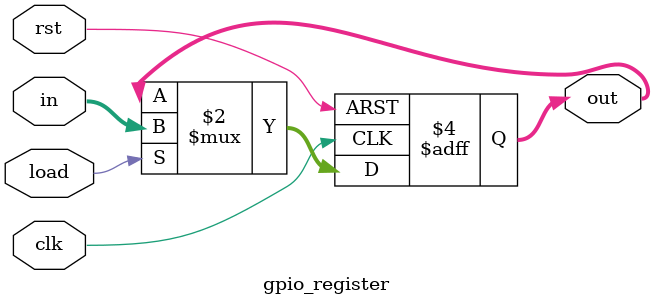
<source format=v>
module gpio_register #(
    parameter SIZE = 32
) (
    input clk,
    input rst,
    input load,
    input [SIZE - 1:0] in,
    output reg [SIZE - 1:0] out
);
    
    always @(posedge clk, posedge rst) begin
        if(rst) begin
            out <= {(SIZE){1'b0}};
        end
        else if(load) begin
            out <= in;
        end
    end

endmodule
</source>
